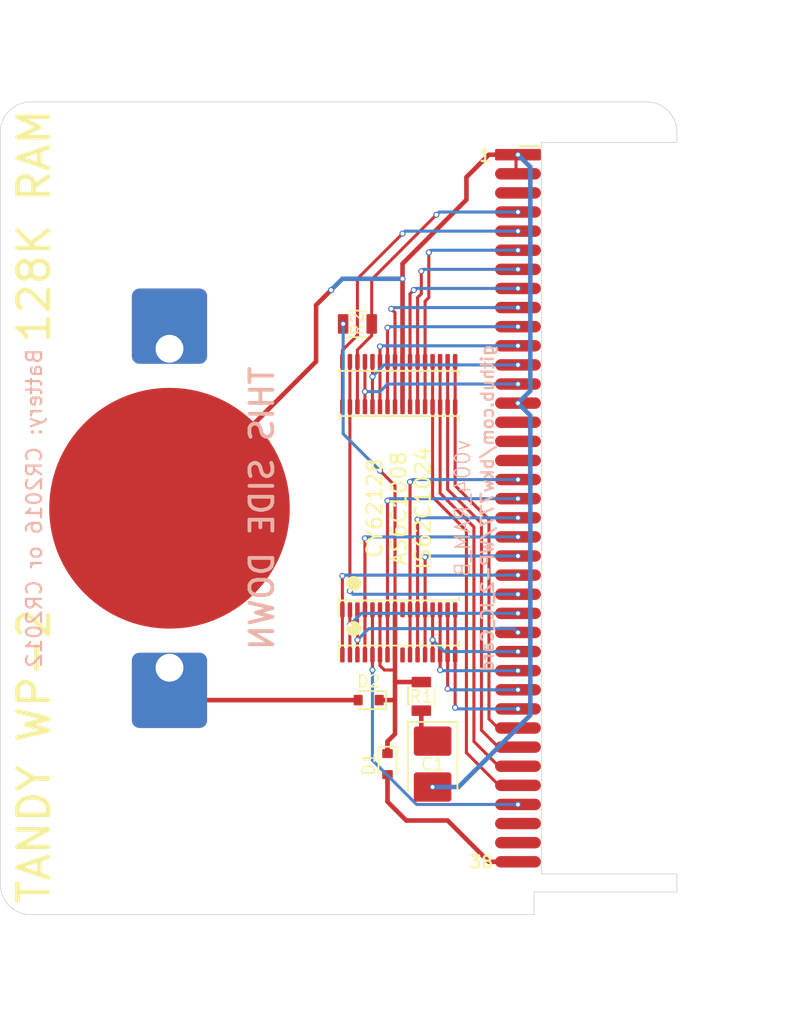
<source format=kicad_pcb>
(kicad_pcb (version 20171130) (host pcbnew 5.1.7-a382d34a8~87~ubuntu20.04.1)

  (general
    (thickness 1.2)
    (drawings 40)
    (tracks 218)
    (zones 0)
    (modules 11)
    (nets 36)
  )

  (page USLetter)
  (title_block
    (title "WP-2 128K RAM IC-Card")
    (date 2020-09-26)
    (company "Brian K. White - b.kenyon.w@gmail.com")
  )

  (layers
    (0 F.Cu signal)
    (31 B.Cu signal)
    (33 F.Adhes user)
    (35 F.Paste user)
    (36 B.SilkS user)
    (37 F.SilkS user)
    (38 B.Mask user)
    (39 F.Mask user)
    (40 Dwgs.User user)
    (41 Cmts.User user hide)
    (42 Eco1.User user hide)
    (43 Eco2.User user hide)
    (44 Edge.Cuts user)
    (45 Margin user hide)
    (46 B.CrtYd user hide)
    (47 F.CrtYd user hide)
    (49 F.Fab user hide)
  )

  (setup
    (last_trace_width 0.254)
    (user_trace_width 0.1524)
    (user_trace_width 0.1778)
    (user_trace_width 0.2032)
    (user_trace_width 0.3048)
    (user_trace_width 0.508)
    (trace_clearance 0.1524)
    (zone_clearance 0.508)
    (zone_45_only no)
    (trace_min 0.1524)
    (via_size 0.4064)
    (via_drill 0.254)
    (via_min_size 0.4064)
    (via_min_drill 0.254)
    (uvia_size 0.4064)
    (uvia_drill 0.254)
    (uvias_allowed no)
    (uvia_min_size 0.4064)
    (uvia_min_drill 0.254)
    (edge_width 0.05)
    (segment_width 0.2)
    (pcb_text_width 0.3)
    (pcb_text_size 1.5 1.5)
    (mod_edge_width 0.12)
    (mod_text_size 1 1)
    (mod_text_width 0.15)
    (pad_size 0.3 1)
    (pad_drill 0)
    (pad_to_mask_clearance 0)
    (aux_axis_origin 0 0)
    (grid_origin 158.75 99.695)
    (visible_elements FFFFFF7F)
    (pcbplotparams
      (layerselection 0x010f0_ffffffff)
      (usegerberextensions false)
      (usegerberattributes true)
      (usegerberadvancedattributes true)
      (creategerberjobfile true)
      (excludeedgelayer true)
      (linewidth 0.100000)
      (plotframeref false)
      (viasonmask false)
      (mode 1)
      (useauxorigin false)
      (hpglpennumber 1)
      (hpglpenspeed 20)
      (hpglpendiameter 15.000000)
      (psnegative false)
      (psa4output false)
      (plotreference true)
      (plotvalue true)
      (plotinvisibletext false)
      (padsonsilk false)
      (subtractmaskfromsilk false)
      (outputformat 1)
      (mirror false)
      (drillshape 0)
      (scaleselection 1)
      (outputdirectory "GERBER_WP-2_IC_Card_v004_RAM_B"))
  )

  (net 0 "")
  (net 1 GND)
  (net 2 /CE2)
  (net 3 /~CE1)
  (net 4 /~OE)
  (net 5 /D0)
  (net 6 /D1)
  (net 7 /D2)
  (net 8 /D3)
  (net 9 /D4)
  (net 10 /D5)
  (net 11 /D6)
  (net 12 /D7)
  (net 13 /A16)
  (net 14 /A15)
  (net 15 /A14)
  (net 16 /A13)
  (net 17 /A12)
  (net 18 /A11)
  (net 19 /A10)
  (net 20 /A9)
  (net 21 /A8)
  (net 22 /A7)
  (net 23 /A6)
  (net 24 /A5)
  (net 25 /A4)
  (net 26 /A3)
  (net 27 /A2)
  (net 28 /A1)
  (net 29 /A0)
  (net 30 /R~W)
  (net 31 /~DET)
  (net 32 "Net-(C1-Pad1)")
  (net 33 VBUS)
  (net 34 VMEM)
  (net 35 "Net-(BT1-Pad1)")

  (net_class Default "This is the default net class."
    (clearance 0.1524)
    (trace_width 0.254)
    (via_dia 0.4064)
    (via_drill 0.254)
    (uvia_dia 0.4064)
    (uvia_drill 0.254)
    (diff_pair_width 0.1524)
    (diff_pair_gap 0.2032)
    (add_net /A0)
    (add_net /A1)
    (add_net /A10)
    (add_net /A11)
    (add_net /A12)
    (add_net /A13)
    (add_net /A14)
    (add_net /A15)
    (add_net /A16)
    (add_net /A2)
    (add_net /A3)
    (add_net /A4)
    (add_net /A5)
    (add_net /A6)
    (add_net /A7)
    (add_net /A8)
    (add_net /A9)
    (add_net /BCHK)
    (add_net /CE2)
    (add_net /D0)
    (add_net /D1)
    (add_net /D2)
    (add_net /D3)
    (add_net /D4)
    (add_net /D5)
    (add_net /D6)
    (add_net /D7)
    (add_net /R~W)
    (add_net /~CE1)
    (add_net /~DET)
    (add_net /~OE)
    (add_net GND)
    (add_net "Net-(BT1-Pad1)")
    (add_net "Net-(C1-Pad1)")
    (add_net "Net-(J1-Pad15)")
    (add_net "Net-(J1-Pad16)")
    (add_net "Net-(J1-Pad17)")
    (add_net "Net-(J1-Pad3)")
    (add_net "Net-(J1-Pad36)")
    (add_net "Net-(U1-Pad9)")
    (add_net "Net-(U2-Pad9)")
    (add_net VBUS)
    (add_net VMEM)
  )

  (module 0_LOCAL:2016_battery_holder_tht (layer F.Cu) (tedit 5F8DCC00) (tstamp 5F8DFEA8)
    (at 134 99.695 90)
    (descr https://www.tme.eu/it/Document/a823211ec201a9e209042d155fe22d2b/KEYS2996.pdf)
    (tags "BR2016 CR2016 DL2016 BR2020 CL2020 BR2025 CR2025 DL2025 DR2032 CR2032 DL2032")
    (path /5F8E356D)
    (attr smd)
    (fp_text reference BT1 (at -9.15 9.7 90) (layer F.SilkS) hide
      (effects (font (size 1 1) (thickness 0.15)))
    )
    (fp_text value "Battery 2016 3v" (at 0 -11 90) (layer F.Fab)
      (effects (font (size 1 1) (thickness 0.15)))
    )
    (fp_arc (start 0 0) (end 3.9 -9.8) (angle -43.40107348) (layer F.CrtYd) (width 0.05))
    (fp_text user %R (at -9.15 9.7 90) (layer F.Fab)
      (effects (font (size 1 1) (thickness 0.15)))
    )
    (fp_line (start -15.85 3.05) (end -15.85 -3.05) (layer F.CrtYd) (width 0.05))
    (fp_line (start -11.05 3.05) (end -15.85 3.05) (layer F.CrtYd) (width 0.05))
    (fp_line (start -11.05 6.35) (end -11.05 3.05) (layer F.CrtYd) (width 0.05))
    (fp_line (start -4.3 11.1) (end -11.05 6.35) (layer F.CrtYd) (width 0.05))
    (fp_line (start 4.3 11.1) (end -4.3 11.1) (layer F.CrtYd) (width 0.05))
    (fp_line (start 11.05 6.35) (end 4.3 11.1) (layer F.CrtYd) (width 0.05))
    (fp_line (start 11.05 3.05) (end 11.05 6.35) (layer F.CrtYd) (width 0.05))
    (fp_line (start 15.85 3.05) (end 11.05 3.05) (layer F.CrtYd) (width 0.05))
    (fp_line (start 15.85 -3.05) (end 15.85 3.05) (layer F.CrtYd) (width 0.05))
    (fp_line (start 11.05 -3.05) (end 15.85 -3.05) (layer F.CrtYd) (width 0.05))
    (fp_line (start 11.05 -9.8) (end 11.05 -3.05) (layer F.CrtYd) (width 0.05))
    (fp_line (start 11.05 -9.8) (end 3.9 -9.8) (layer F.CrtYd) (width 0.05))
    (fp_line (start -11.05 -9.8) (end -3.9 -9.8) (layer F.CrtYd) (width 0.05))
    (fp_line (start -11.05 -3.05) (end -11.05 -9.8) (layer F.CrtYd) (width 0.05))
    (fp_line (start -15.85 -3.05) (end -11.05 -3.05) (layer F.CrtYd) (width 0.05))
    (fp_circle (center 0 0) (end 10 0) (layer Dwgs.User) (width 0.2))
    (fp_line (start 10.55 5.9) (end 3.8 10.6) (layer F.Fab) (width 0.1))
    (fp_line (start -10.55 5.85) (end -3.8 10.6) (layer F.Fab) (width 0.1))
    (fp_line (start -10.55 -2.55) (end -10.55 -9.3) (layer F.Fab) (width 0.1))
    (fp_line (start 10.55 -9.3) (end -10.55 -9.3) (layer F.Fab) (width 0.1))
    (fp_line (start 10.55 -2.55) (end 10.55 -9.3) (layer F.Fab) (width 0.1))
    (fp_line (start 15.35 -2.55) (end 10.55 -2.55) (layer F.Fab) (width 0.1))
    (fp_line (start 15.35 2.55) (end 15.35 -2.55) (layer F.Fab) (width 0.1))
    (fp_line (start 10.55 2.55) (end 15.35 2.55) (layer F.Fab) (width 0.1))
    (fp_line (start -3.8 10.6) (end 3.8 10.6) (layer F.Fab) (width 0.1))
    (fp_line (start 10.55 2.55) (end 10.55 5.9) (layer F.Fab) (width 0.1))
    (fp_line (start -10.55 2.55) (end -10.55 5.85) (layer F.Fab) (width 0.1))
    (fp_line (start -15.35 -2.55) (end -10.55 -2.55) (layer F.Fab) (width 0.1))
    (fp_line (start -15.35 2.55) (end -10.55 2.55) (layer F.Fab) (width 0.1))
    (fp_line (start -15.35 -2.55) (end -15.35 2.55) (layer F.Fab) (width 0.1))
    (pad 2 smd circle (at 0 0 90) (size 16 16) (layers F.Cu F.Mask)
      (net 1 GND) (solder_mask_margin 2))
    (pad 1 thru_hole roundrect (at -10.6 0 90) (size 5 5) (drill 1.85 (offset -1.5 0)) (layers *.Cu *.Mask) (roundrect_rratio 0.1)
      (net 35 "Net-(BT1-Pad1)"))
    (pad 1 thru_hole roundrect (at 10.6 0 90) (size 5 5) (drill 1.85 (offset 1.5 0)) (layers *.Cu *.Mask) (roundrect_rratio 0.1)
      (net 35 "Net-(BT1-Pad1)"))
    (model ${KIPRJMOD}/3d/keystone_3029_trimmed.STEP
      (offset (xyz 0 -11.2 1.4))
      (scale (xyz 1 1 1))
      (rotate (xyz -90 0 0))
    )
  )

  (module 0_LOCAL:D_SOD-523 (layer F.Cu) (tedit 5F8B5202) (tstamp 5F8E26C3)
    (at 147.25 112.445 180)
    (descr "http://www.diodes.com/datasheets/ap02001.pdf p.144")
    (tags "Diode SOD523")
    (path /5F94E10B)
    (attr smd)
    (fp_text reference D2 (at 0 1.25) (layer F.SilkS)
      (effects (font (size 0.8 0.8) (thickness 0.1)))
    )
    (fp_text value D_Schottky_Small_ALT (at 0 1.4) (layer F.Fab)
      (effects (font (size 1 1) (thickness 0.15)))
    )
    (fp_line (start 0.7 0.6) (end -1.15 0.6) (layer F.SilkS) (width 0.12))
    (fp_line (start 0.7 -0.6) (end -1.15 -0.6) (layer F.SilkS) (width 0.12))
    (fp_line (start 0.65 0.45) (end -0.65 0.45) (layer F.Fab) (width 0.1))
    (fp_line (start -0.65 0.45) (end -0.65 -0.45) (layer F.Fab) (width 0.1))
    (fp_line (start -0.65 -0.45) (end 0.65 -0.45) (layer F.Fab) (width 0.1))
    (fp_line (start 0.65 -0.45) (end 0.65 0.45) (layer F.Fab) (width 0.1))
    (fp_line (start -0.2 0.2) (end -0.2 -0.2) (layer F.Fab) (width 0.1))
    (fp_line (start -0.2 0) (end -0.35 0) (layer F.Fab) (width 0.1))
    (fp_line (start -0.2 0) (end 0.1 0.2) (layer F.Fab) (width 0.1))
    (fp_line (start 0.1 0.2) (end 0.1 -0.2) (layer F.Fab) (width 0.1))
    (fp_line (start 0.1 -0.2) (end -0.2 0) (layer F.Fab) (width 0.1))
    (fp_line (start 0.1 0) (end 0.25 0) (layer F.Fab) (width 0.1))
    (fp_line (start 1.25 0.7) (end -1.25 0.7) (layer F.CrtYd) (width 0.05))
    (fp_line (start -1.25 0.7) (end -1.25 -0.7) (layer F.CrtYd) (width 0.05))
    (fp_line (start -1.25 -0.7) (end 1.25 -0.7) (layer F.CrtYd) (width 0.05))
    (fp_line (start 1.25 -0.7) (end 1.25 0.7) (layer F.CrtYd) (width 0.05))
    (fp_line (start -1.15 -0.6) (end -1.15 0.6) (layer F.SilkS) (width 0.12))
    (fp_text user %R (at 0 -1.3) (layer F.Fab)
      (effects (font (size 1 1) (thickness 0.15)))
    )
    (pad 2 smd roundrect (at 0.7 0) (size 0.6 0.7) (layers F.Cu F.Paste F.Mask) (roundrect_rratio 0.1)
      (net 35 "Net-(BT1-Pad1)"))
    (pad 1 smd roundrect (at -0.7 0) (size 0.6 0.7) (layers F.Cu F.Paste F.Mask) (roundrect_rratio 0.1)
      (net 34 VMEM))
    (model ${KIPRJMOD}/3d/D_SOD-523.step
      (at (xyz 0 0 0))
      (scale (xyz 1 1 1))
      (rotate (xyz 0 0 0))
    )
  )

  (module 0_LOCAL:R_0805 (layer F.Cu) (tedit 5F8B5224) (tstamp 5F752AD5)
    (at 146.5 87.445)
    (descr "Resistor SMD 0805, reflow soldering, Vishay (see dcrcw.pdf)")
    (tags "resistor 0805")
    (path /5F9FA366)
    (attr smd)
    (fp_text reference R2 (at 0 0 90 unlocked) (layer F.SilkS)
      (effects (font (size 0.8 0.8) (thickness 0.1)))
    )
    (fp_text value 47K (at 0 1.75) (layer F.Fab)
      (effects (font (size 1 1) (thickness 0.15)))
    )
    (fp_line (start -1 0.62) (end -1 -0.62) (layer F.Fab) (width 0.1))
    (fp_line (start 1 0.62) (end -1 0.62) (layer F.Fab) (width 0.1))
    (fp_line (start 1 -0.62) (end 1 0.62) (layer F.Fab) (width 0.1))
    (fp_line (start -1 -0.62) (end 1 -0.62) (layer F.Fab) (width 0.1))
    (fp_line (start 0.6 0.88) (end -0.6 0.88) (layer F.SilkS) (width 0.12))
    (fp_line (start -0.6 -0.88) (end 0.6 -0.88) (layer F.SilkS) (width 0.12))
    (fp_line (start -1.55 -0.9) (end 1.55 -0.9) (layer F.CrtYd) (width 0.05))
    (fp_line (start -1.55 -0.9) (end -1.55 0.9) (layer F.CrtYd) (width 0.05))
    (fp_line (start 1.55 0.9) (end 1.55 -0.9) (layer F.CrtYd) (width 0.05))
    (fp_line (start 1.55 0.9) (end -1.55 0.9) (layer F.CrtYd) (width 0.05))
    (fp_text user %R (at 0 0) (layer F.Fab)
      (effects (font (size 0.5 0.5) (thickness 0.075)))
    )
    (pad 1 smd roundrect (at -0.95 0) (size 0.7 1.3) (layers F.Cu F.Paste F.Mask) (roundrect_rratio 0.1)
      (net 34 VMEM))
    (pad 2 smd roundrect (at 0.95 0) (size 0.7 1.3) (layers F.Cu F.Paste F.Mask) (roundrect_rratio 0.1)
      (net 3 /~CE1))
    (model ${KIPRJMOD}/3d/R_0805_2012Metric.step
      (at (xyz 0 0 0))
      (scale (xyz 1 1 1))
      (rotate (xyz 0 0 0))
    )
  )

  (module 0_LOCAL:R_0805 (layer F.Cu) (tedit 5F8B5224) (tstamp 5F752ACC)
    (at 150.75 112.195 270)
    (descr "Resistor SMD 0805, reflow soldering, Vishay (see dcrcw.pdf)")
    (tags "resistor 0805")
    (path /5F805237)
    (attr smd)
    (fp_text reference R1 (at 0 0 unlocked) (layer F.SilkS)
      (effects (font (size 0.8 0.8) (thickness 0.1)))
    )
    (fp_text value 470 (at 0 1.75 90) (layer F.Fab)
      (effects (font (size 1 1) (thickness 0.15)))
    )
    (fp_line (start -1 0.62) (end -1 -0.62) (layer F.Fab) (width 0.1))
    (fp_line (start 1 0.62) (end -1 0.62) (layer F.Fab) (width 0.1))
    (fp_line (start 1 -0.62) (end 1 0.62) (layer F.Fab) (width 0.1))
    (fp_line (start -1 -0.62) (end 1 -0.62) (layer F.Fab) (width 0.1))
    (fp_line (start 0.6 0.88) (end -0.6 0.88) (layer F.SilkS) (width 0.12))
    (fp_line (start -0.6 -0.88) (end 0.6 -0.88) (layer F.SilkS) (width 0.12))
    (fp_line (start -1.55 -0.9) (end 1.55 -0.9) (layer F.CrtYd) (width 0.05))
    (fp_line (start -1.55 -0.9) (end -1.55 0.9) (layer F.CrtYd) (width 0.05))
    (fp_line (start 1.55 0.9) (end 1.55 -0.9) (layer F.CrtYd) (width 0.05))
    (fp_line (start 1.55 0.9) (end -1.55 0.9) (layer F.CrtYd) (width 0.05))
    (fp_text user %R (at 0 0 90) (layer F.Fab)
      (effects (font (size 0.5 0.5) (thickness 0.075)))
    )
    (pad 1 smd roundrect (at -0.95 0 270) (size 0.7 1.3) (layers F.Cu F.Paste F.Mask) (roundrect_rratio 0.1)
      (net 34 VMEM))
    (pad 2 smd roundrect (at 0.95 0 270) (size 0.7 1.3) (layers F.Cu F.Paste F.Mask) (roundrect_rratio 0.1)
      (net 32 "Net-(C1-Pad1)"))
    (model ${KIPRJMOD}/3d/R_0805_2012Metric.step
      (at (xyz 0 0 0))
      (scale (xyz 1 1 1))
      (rotate (xyz 0 0 0))
    )
  )

  (module 0_LOCAL:CP_Tantalum_Case-B_EIA-3528-21_Reflow (layer F.Cu) (tedit 5F8B6793) (tstamp 5F752A56)
    (at 151.5 116.695 270)
    (descr "Tantalum capacitor, Case B, EIA 3528-21, 3.5x2.8x1.9mm, Reflow soldering footprint")
    (tags "capacitor tantalum smd")
    (path /5F7F0020)
    (attr smd)
    (fp_text reference C1 (at 0 0 unlocked) (layer F.SilkS)
      (effects (font (size 0.8 0.8) (thickness 0.1)))
    )
    (fp_text value 220uf (at 0 3.15 270) (layer F.Fab)
      (effects (font (size 1 1) (thickness 0.15)))
    )
    (fp_line (start -2.85 -1.75) (end -2.85 1.75) (layer F.CrtYd) (width 0.05))
    (fp_line (start -2.85 1.75) (end 2.85 1.75) (layer F.CrtYd) (width 0.05))
    (fp_line (start 2.85 1.75) (end 2.85 -1.75) (layer F.CrtYd) (width 0.05))
    (fp_line (start 2.85 -1.75) (end -2.85 -1.75) (layer F.CrtYd) (width 0.05))
    (fp_line (start -1.75 -1.4) (end -1.75 1.4) (layer F.Fab) (width 0.1))
    (fp_line (start -1.75 1.4) (end 1.75 1.4) (layer F.Fab) (width 0.1))
    (fp_line (start 1.75 1.4) (end 1.75 -1.4) (layer F.Fab) (width 0.1))
    (fp_line (start 1.75 -1.4) (end -1.75 -1.4) (layer F.Fab) (width 0.1))
    (fp_line (start -1.4 -1.4) (end -1.4 1.4) (layer F.Fab) (width 0.1))
    (fp_line (start -1.225 -1.4) (end -1.225 1.4) (layer F.Fab) (width 0.1))
    (fp_line (start -2.8 -1.65) (end 1.75 -1.65) (layer F.SilkS) (width 0.12))
    (fp_line (start -2.8 1.65) (end 1.75 1.65) (layer F.SilkS) (width 0.12))
    (fp_line (start -2.8 -1.65) (end -2.8 1.65) (layer F.SilkS) (width 0.12))
    (fp_text user %R (at 0 0 270) (layer F.Fab)
      (effects (font (size 0.8 0.8) (thickness 0.12)))
    )
    (pad 1 smd roundrect (at -1.525 0 270) (size 1.95 2.5) (layers F.Cu F.Mask) (roundrect_rratio 0.1)
      (net 32 "Net-(C1-Pad1)"))
    (pad 2 smd roundrect (at 1.525 0 270) (size 1.95 2.5) (layers F.Cu F.Mask) (roundrect_rratio 0.1)
      (net 1 GND))
    (model ${KIPRJMOD}/3d/TLNT_AVX.step
      (at (xyz 0 0 0))
      (scale (xyz 1 1 1))
      (rotate (xyz 0 0 0))
    )
  )

  (module 0_LOCAL:TSOP32-14mm (layer F.Cu) (tedit 5F8D316E) (tstamp 5F712C60)
    (at 149.25 99.695)
    (descr "Module CMS TSOP 32 pins")
    (tags "CMS TSOP")
    (path /5F906116)
    (attr smd)
    (fp_text reference U2 (at 0 5.334 180) (layer F.SilkS) hide
      (effects (font (size 1 1) (thickness 0.15)))
    )
    (fp_text value "SRAM 128Kx8 5v Parallel" (at 1.27 0 90) (layer F.Fab)
      (effects (font (size 1 1) (thickness 0.15)))
    )
    (fp_circle (center -3 5) (end -2.75 5) (layer F.SilkS) (width 0.5))
    (fp_line (start -4 6.125) (end 4 6.125) (layer F.SilkS) (width 0.12))
    (fp_line (start 4 -6.125) (end -4 -6.125) (layer F.SilkS) (width 0.12))
    (fp_line (start -4 7.2) (end -4 5.875) (layer F.SilkS) (width 0.12))
    (fp_line (start 4 6.125) (end 4 5.875) (layer F.SilkS) (width 0.12))
    (fp_line (start -4 -6.125) (end -4 -5.875) (layer F.SilkS) (width 0.12))
    (fp_line (start 4 -6.125) (end 4 -5.875) (layer F.SilkS) (width 0.12))
    (pad 1 smd roundrect (at -3.75 6.75) (size 0.3 1) (layers F.Cu F.Paste F.Mask) (roundrect_rratio 0.25)
      (net 18 /A11))
    (pad 2 smd roundrect (at -3.25 6.75) (size 0.3 1) (layers F.Cu F.Paste F.Mask) (roundrect_rratio 0.25)
      (net 20 /A9))
    (pad 3 smd roundrect (at -2.75 6.75) (size 0.3 1) (layers F.Cu F.Paste F.Mask) (roundrect_rratio 0.25)
      (net 21 /A8))
    (pad 4 smd roundrect (at -2.25 6.75) (size 0.3 1) (layers F.Cu F.Paste F.Mask) (roundrect_rratio 0.25)
      (net 16 /A13))
    (pad 5 smd roundrect (at -1.75 6.75) (size 0.3 1) (layers F.Cu F.Paste F.Mask) (roundrect_rratio 0.25)
      (net 30 /R~W))
    (pad 6 smd roundrect (at -1.25 6.75) (size 0.3 1) (layers F.Cu F.Paste F.Mask) (roundrect_rratio 0.25)
      (net 2 /CE2))
    (pad 7 smd roundrect (at -0.75 6.75) (size 0.3 1) (layers F.Cu F.Paste F.Mask) (roundrect_rratio 0.25)
      (net 14 /A15))
    (pad 8 smd roundrect (at -0.25 6.75) (size 0.3 1) (layers F.Cu F.Paste F.Mask) (roundrect_rratio 0.25)
      (net 34 VMEM))
    (pad 9 smd roundrect (at 0.25 6.75) (size 0.3 1) (layers F.Cu F.Paste F.Mask) (roundrect_rratio 0.25))
    (pad 10 smd roundrect (at 0.75 6.75) (size 0.3 1) (layers F.Cu F.Paste F.Mask) (roundrect_rratio 0.25)
      (net 13 /A16))
    (pad 11 smd roundrect (at 1.25 6.75) (size 0.3 1) (layers F.Cu F.Paste F.Mask) (roundrect_rratio 0.25)
      (net 15 /A14))
    (pad 12 smd roundrect (at 1.75 6.75) (size 0.3 1) (layers F.Cu F.Paste F.Mask) (roundrect_rratio 0.25)
      (net 17 /A12))
    (pad 13 smd roundrect (at 2.25 6.75) (size 0.3 1) (layers F.Cu F.Paste F.Mask) (roundrect_rratio 0.25)
      (net 22 /A7))
    (pad 14 smd roundrect (at 2.75 6.75) (size 0.3 1) (layers F.Cu F.Paste F.Mask) (roundrect_rratio 0.25)
      (net 23 /A6))
    (pad 15 smd roundrect (at 3.25 6.75) (size 0.3 1) (layers F.Cu F.Paste F.Mask) (roundrect_rratio 0.25)
      (net 24 /A5))
    (pad 16 smd roundrect (at 3.75 6.75) (size 0.3 1) (layers F.Cu F.Paste F.Mask) (roundrect_rratio 0.25)
      (net 25 /A4))
    (pad 17 smd roundrect (at 3.75 -6.75) (size 0.3 1) (layers F.Cu F.Paste F.Mask) (roundrect_rratio 0.25)
      (net 26 /A3))
    (pad 18 smd roundrect (at 3.25 -6.75) (size 0.3 1) (layers F.Cu F.Paste F.Mask) (roundrect_rratio 0.25)
      (net 27 /A2))
    (pad 19 smd roundrect (at 2.75 -6.75) (size 0.3 1) (layers F.Cu F.Paste F.Mask) (roundrect_rratio 0.25)
      (net 28 /A1))
    (pad 20 smd roundrect (at 2.25 -6.75) (size 0.3 1) (layers F.Cu F.Paste F.Mask) (roundrect_rratio 0.25)
      (net 29 /A0))
    (pad 21 smd roundrect (at 1.75 -6.75) (size 0.3 1) (layers F.Cu F.Paste F.Mask) (roundrect_rratio 0.25)
      (net 5 /D0))
    (pad 22 smd roundrect (at 1.25 -6.75) (size 0.3 1) (layers F.Cu F.Paste F.Mask) (roundrect_rratio 0.25)
      (net 6 /D1))
    (pad 23 smd roundrect (at 0.75 -6.75) (size 0.3 1) (layers F.Cu F.Paste F.Mask) (roundrect_rratio 0.25)
      (net 7 /D2))
    (pad 24 smd roundrect (at 0.25 -6.75) (size 0.3 1) (layers F.Cu F.Paste F.Mask) (roundrect_rratio 0.25)
      (net 1 GND))
    (pad 25 smd roundrect (at -0.25 -6.75) (size 0.3 1) (layers F.Cu F.Paste F.Mask) (roundrect_rratio 0.25)
      (net 8 /D3))
    (pad 26 smd roundrect (at -0.75 -6.75) (size 0.3 1) (layers F.Cu F.Paste F.Mask) (roundrect_rratio 0.25)
      (net 9 /D4))
    (pad 27 smd roundrect (at -1.25 -6.75) (size 0.3 1) (layers F.Cu F.Paste F.Mask) (roundrect_rratio 0.25)
      (net 10 /D5))
    (pad 28 smd roundrect (at -1.75 -6.75) (size 0.3 1) (layers F.Cu F.Paste F.Mask) (roundrect_rratio 0.25)
      (net 11 /D6))
    (pad 29 smd roundrect (at -2.25 -6.75) (size 0.3 1) (layers F.Cu F.Paste F.Mask) (roundrect_rratio 0.25)
      (net 12 /D7))
    (pad 30 smd roundrect (at -2.75 -6.75) (size 0.3 1) (layers F.Cu F.Paste F.Mask) (roundrect_rratio 0.25)
      (net 3 /~CE1))
    (pad 31 smd roundrect (at -3.25 -6.75) (size 0.3 1) (layers F.Cu F.Paste F.Mask) (roundrect_rratio 0.25)
      (net 19 /A10))
    (pad 32 smd roundrect (at -3.75 -6.75) (size 0.3 1) (layers F.Cu F.Paste F.Mask) (roundrect_rratio 0.25)
      (net 4 /~OE))
    (model ${KIPRJMOD}/3d/TSOP32_8x14.step
      (at (xyz 0 0 0))
      (scale (xyz 1 1 1))
      (rotate (xyz 0 0 -90))
    )
  )

  (module 0_LOCAL:TSOP32-20mm (layer F.Cu) (tedit 5F8D318C) (tstamp 5F755D97)
    (at 149.25 99.695)
    (descr "Module CMS TSOP 32 pins")
    (tags "CMS TSOP")
    (path /5F718069)
    (attr smd)
    (fp_text reference U1 (at 0.009 8.382 180) (layer F.SilkS) hide
      (effects (font (size 1 1) (thickness 0.15)))
    )
    (fp_text value "SRAM 128Kx8 5v Parallel" (at 0 5) (layer F.Fab)
      (effects (font (size 1 1) (thickness 0.15)))
    )
    (fp_circle (center -3 8) (end -2.75 8) (layer F.SilkS) (width 0.5))
    (fp_line (start -4 9.125) (end 4 9.125) (layer F.SilkS) (width 0.12))
    (fp_line (start 4 -9.125) (end -4 -9.125) (layer F.SilkS) (width 0.12))
    (fp_line (start -4 10.2) (end -4 8.875) (layer F.SilkS) (width 0.12))
    (fp_line (start 4 9.125) (end 4 8.875) (layer F.SilkS) (width 0.12))
    (fp_line (start -4 -9.125) (end -4 -8.875) (layer F.SilkS) (width 0.12))
    (fp_line (start 4 -9.125) (end 4 -8.875) (layer F.SilkS) (width 0.12))
    (fp_text user %R (at 0 0) (layer F.Fab)
      (effects (font (size 1 1) (thickness 0.15)))
    )
    (pad 1 smd roundrect (at -3.75 9.75) (size 0.3 1) (layers F.Cu F.Paste F.Mask) (roundrect_rratio 0.25)
      (net 18 /A11))
    (pad 2 smd roundrect (at -3.25 9.75) (size 0.3 1) (layers F.Cu F.Paste F.Mask) (roundrect_rratio 0.25)
      (net 20 /A9))
    (pad 3 smd roundrect (at -2.75 9.75) (size 0.3 1) (layers F.Cu F.Paste F.Mask) (roundrect_rratio 0.25)
      (net 21 /A8))
    (pad 4 smd roundrect (at -2.25 9.75) (size 0.3 1) (layers F.Cu F.Paste F.Mask) (roundrect_rratio 0.25)
      (net 16 /A13))
    (pad 5 smd roundrect (at -1.75 9.75) (size 0.3 1) (layers F.Cu F.Paste F.Mask) (roundrect_rratio 0.25)
      (net 30 /R~W))
    (pad 6 smd roundrect (at -1.25 9.75) (size 0.3 1) (layers F.Cu F.Paste F.Mask) (roundrect_rratio 0.25)
      (net 2 /CE2))
    (pad 7 smd roundrect (at -0.75 9.75) (size 0.3 1) (layers F.Cu F.Paste F.Mask) (roundrect_rratio 0.25)
      (net 14 /A15))
    (pad 8 smd roundrect (at -0.25 9.75) (size 0.3 1) (layers F.Cu F.Paste F.Mask) (roundrect_rratio 0.25)
      (net 34 VMEM))
    (pad 9 smd roundrect (at 0.25 9.75) (size 0.3 1) (layers F.Cu F.Paste F.Mask) (roundrect_rratio 0.25))
    (pad 10 smd roundrect (at 0.75 9.75) (size 0.3 1) (layers F.Cu F.Paste F.Mask) (roundrect_rratio 0.25)
      (net 13 /A16))
    (pad 11 smd roundrect (at 1.25 9.75) (size 0.3 1) (layers F.Cu F.Paste F.Mask) (roundrect_rratio 0.25)
      (net 15 /A14))
    (pad 12 smd roundrect (at 1.75 9.75) (size 0.3 1) (layers F.Cu F.Paste F.Mask) (roundrect_rratio 0.25)
      (net 17 /A12))
    (pad 13 smd roundrect (at 2.25 9.75) (size 0.3 1) (layers F.Cu F.Paste F.Mask) (roundrect_rratio 0.25)
      (net 22 /A7))
    (pad 14 smd roundrect (at 2.75 9.75) (size 0.3 1) (layers F.Cu F.Paste F.Mask) (roundrect_rratio 0.25)
      (net 23 /A6))
    (pad 15 smd roundrect (at 3.25 9.75) (size 0.3 1) (layers F.Cu F.Paste F.Mask) (roundrect_rratio 0.25)
      (net 24 /A5))
    (pad 16 smd roundrect (at 3.75 9.75) (size 0.3 1) (layers F.Cu F.Paste F.Mask) (roundrect_rratio 0.25)
      (net 25 /A4))
    (pad 17 smd roundrect (at 3.75 -9.75) (size 0.3 1) (layers F.Cu F.Paste F.Mask) (roundrect_rratio 0.25)
      (net 26 /A3))
    (pad 18 smd roundrect (at 3.25 -9.75) (size 0.3 1) (layers F.Cu F.Paste F.Mask) (roundrect_rratio 0.25)
      (net 27 /A2))
    (pad 19 smd roundrect (at 2.75 -9.75) (size 0.3 1) (layers F.Cu F.Paste F.Mask) (roundrect_rratio 0.25)
      (net 28 /A1))
    (pad 20 smd roundrect (at 2.25 -9.75) (size 0.3 1) (layers F.Cu F.Paste F.Mask) (roundrect_rratio 0.25)
      (net 29 /A0))
    (pad 21 smd roundrect (at 1.75 -9.75) (size 0.3 1) (layers F.Cu F.Paste F.Mask) (roundrect_rratio 0.25)
      (net 5 /D0))
    (pad 22 smd roundrect (at 1.25 -9.75) (size 0.3 1) (layers F.Cu F.Paste F.Mask) (roundrect_rratio 0.25)
      (net 6 /D1))
    (pad 23 smd roundrect (at 0.75 -9.75) (size 0.3 1) (layers F.Cu F.Paste F.Mask) (roundrect_rratio 0.25)
      (net 7 /D2))
    (pad 24 smd roundrect (at 0.25 -9.75) (size 0.3 1) (layers F.Cu F.Paste F.Mask) (roundrect_rratio 0.25)
      (net 1 GND))
    (pad 25 smd roundrect (at -0.25 -9.75) (size 0.3 1) (layers F.Cu F.Paste F.Mask) (roundrect_rratio 0.25)
      (net 8 /D3))
    (pad 26 smd roundrect (at -0.75 -9.75) (size 0.3 1) (layers F.Cu F.Paste F.Mask) (roundrect_rratio 0.25)
      (net 9 /D4))
    (pad 27 smd roundrect (at -1.25 -9.75) (size 0.3 1) (layers F.Cu F.Paste F.Mask) (roundrect_rratio 0.25)
      (net 10 /D5))
    (pad 28 smd roundrect (at -1.75 -9.75) (size 0.3 1) (layers F.Cu F.Paste F.Mask) (roundrect_rratio 0.25)
      (net 11 /D6))
    (pad 29 smd roundrect (at -2.25 -9.75) (size 0.3 1) (layers F.Cu F.Paste F.Mask) (roundrect_rratio 0.25)
      (net 12 /D7))
    (pad 30 smd roundrect (at -2.75 -9.75) (size 0.3 1) (layers F.Cu F.Paste F.Mask) (roundrect_rratio 0.25)
      (net 3 /~CE1))
    (pad 31 smd roundrect (at -3.25 -9.75) (size 0.3 1) (layers F.Cu F.Paste F.Mask) (roundrect_rratio 0.25)
      (net 19 /A10))
    (pad 32 smd roundrect (at -3.75 -9.75) (size 0.3 1) (layers F.Cu F.Paste F.Mask) (roundrect_rratio 0.25)
      (net 4 /~OE))
    (model ${KIPRJMOD}/3d/TSOP32_8X20.step_x
      (at (xyz 0 0 0))
      (scale (xyz 1 1 1))
      (rotate (xyz 0 0 -90))
    )
  )

  (module 0_LOCAL:Net_Tie_2p_8mil (layer F.Cu) (tedit 5F70D483) (tstamp 5F8D961B)
    (at 148.5 110.445)
    (path /5F97C11A)
    (fp_text reference NT2 (at 0 1.016) (layer F.SilkS) hide
      (effects (font (size 0.508 0.508) (thickness 0.1016)))
    )
    (fp_text value Net-Tie_2 (at 0 -2) (layer F.Fab)
      (effects (font (size 1 1) (thickness 0.01)))
    )
    (fp_line (start -0.2032 0) (end 0.2032 0) (layer F.Cu) (width 0.2032))
    (pad 2 smd circle (at 0.2032 0) (size 0.2032 0.2032) (layers F.Cu)
      (net 34 VMEM))
    (pad 1 smd circle (at -0.2032 0) (size 0.2032 0.2032) (layers F.Cu)
      (net 2 /CE2))
  )

  (module 0_LOCAL:SMS-138-01-x-x_edge (layer F.Cu) (tedit 5F7AC44E) (tstamp 5F74043C)
    (at 158.75 99.695)
    (descr "Through hole straight socket strip, 1x38, 1.27mm pitch, single row")
    (tags "Through hole socket strip THT 1x38 1.27mm single row")
    (path /5F6EF0A3)
    (attr smd)
    (fp_text reference J1 (at -2.286 -24.892) (layer F.SilkS) hide
      (effects (font (size 1 1) (thickness 0.15)))
    )
    (fp_text value Conn_01x38_Female (at -4.491 -0.381 -90) (layer F.Fab)
      (effects (font (size 1 1) (thickness 0.15)))
    )
    (fp_line (start -0.127 -24.0665) (end -1.524 -24.0665) (layer F.SilkS) (width 0.12))
    (fp_line (start -0.127 -24.0665) (end -0.127 -23.9395) (layer F.SilkS) (width 0.12))
    (fp_text user %R (at -2.286 -24.892) (layer F.Fab)
      (effects (font (size 1 1) (thickness 0.15)))
    )
    (pad 1 smd roundrect (at -1.57 -23.495) (size 3.048 0.762) (layers F.Cu F.Paste F.Mask) (roundrect_rratio 0.1)
      (net 1 GND))
    (pad 2 smd oval (at -1.57 -22.225) (size 3.048 0.762) (layers F.Cu F.Paste F.Mask)
      (net 31 /~DET))
    (pad 3 smd oval (at -1.57 -20.955) (size 3.048 0.762) (layers F.Cu F.Paste F.Mask))
    (pad 4 smd oval (at -1.57 -19.685) (size 3.048 0.762) (layers F.Cu F.Paste F.Mask)
      (net 3 /~CE1))
    (pad 5 smd oval (at -1.57 -18.415) (size 3.048 0.762) (layers F.Cu F.Paste F.Mask)
      (net 4 /~OE))
    (pad 6 smd oval (at -1.57 -17.145) (size 3.048 0.762) (layers F.Cu F.Paste F.Mask)
      (net 5 /D0))
    (pad 7 smd oval (at -1.57 -15.875) (size 3.048 0.762) (layers F.Cu F.Paste F.Mask)
      (net 6 /D1))
    (pad 8 smd oval (at -1.57 -14.605) (size 3.048 0.762) (layers F.Cu F.Paste F.Mask)
      (net 7 /D2))
    (pad 9 smd oval (at -1.57 -13.335) (size 3.048 0.762) (layers F.Cu F.Paste F.Mask)
      (net 8 /D3))
    (pad 10 smd oval (at -1.57 -12.065) (size 3.048 0.762) (layers F.Cu F.Paste F.Mask)
      (net 9 /D4))
    (pad 11 smd oval (at -1.57 -10.795) (size 3.048 0.762) (layers F.Cu F.Paste F.Mask)
      (net 10 /D5))
    (pad 12 smd oval (at -1.57 -9.525) (size 3.048 0.762) (layers F.Cu F.Paste F.Mask)
      (net 11 /D6))
    (pad 13 smd oval (at -1.57 -8.255) (size 3.048 0.762) (layers F.Cu F.Paste F.Mask)
      (net 12 /D7))
    (pad 14 smd oval (at -1.57 -6.985) (size 3.048 0.762) (layers F.Cu F.Paste F.Mask)
      (net 1 GND))
    (pad 15 smd oval (at -1.57 -5.715) (size 3.048 0.762) (layers F.Cu F.Paste F.Mask))
    (pad 16 smd oval (at -1.57 -4.445) (size 3.048 0.762) (layers F.Cu F.Paste F.Mask))
    (pad 17 smd oval (at -1.57 -3.175) (size 3.048 0.762) (layers F.Cu F.Paste F.Mask))
    (pad 18 smd oval (at -1.57 -1.905) (size 3.048 0.762) (layers F.Cu F.Paste F.Mask)
      (net 13 /A16))
    (pad 19 smd oval (at -1.57 -0.635) (size 3.048 0.762) (layers F.Cu F.Paste F.Mask)
      (net 14 /A15))
    (pad 20 smd oval (at -1.57 0.635) (size 3.048 0.762) (layers F.Cu F.Paste F.Mask)
      (net 15 /A14))
    (pad 21 smd oval (at -1.57 1.905) (size 3.048 0.762) (layers F.Cu F.Paste F.Mask)
      (net 16 /A13))
    (pad 22 smd oval (at -1.57 3.175) (size 3.048 0.762) (layers F.Cu F.Paste F.Mask)
      (net 17 /A12))
    (pad 23 smd oval (at -1.57 4.445) (size 3.048 0.762) (layers F.Cu F.Paste F.Mask)
      (net 18 /A11))
    (pad 24 smd oval (at -1.57 5.715) (size 3.048 0.762) (layers F.Cu F.Paste F.Mask)
      (net 19 /A10))
    (pad 25 smd oval (at -1.57 6.985) (size 3.048 0.762) (layers F.Cu F.Paste F.Mask)
      (net 20 /A9))
    (pad 26 smd oval (at -1.57 8.255) (size 3.048 0.762) (layers F.Cu F.Paste F.Mask)
      (net 21 /A8))
    (pad 27 smd oval (at -1.57 9.525) (size 3.048 0.762) (layers F.Cu F.Paste F.Mask)
      (net 22 /A7))
    (pad 28 smd oval (at -1.57 10.795) (size 3.048 0.762) (layers F.Cu F.Paste F.Mask)
      (net 23 /A6))
    (pad 29 smd oval (at -1.57 12.065) (size 3.048 0.762) (layers F.Cu F.Paste F.Mask)
      (net 24 /A5))
    (pad 30 smd oval (at -1.57 13.335) (size 3.048 0.762) (layers F.Cu F.Paste F.Mask)
      (net 25 /A4))
    (pad 31 smd oval (at -1.57 14.605) (size 3.048 0.762) (layers F.Cu F.Paste F.Mask)
      (net 26 /A3))
    (pad 32 smd oval (at -1.57 15.875) (size 3.048 0.762) (layers F.Cu F.Paste F.Mask)
      (net 27 /A2))
    (pad 33 smd oval (at -1.57 17.145) (size 3.048 0.762) (layers F.Cu F.Paste F.Mask)
      (net 28 /A1))
    (pad 34 smd oval (at -1.57 18.415) (size 3.048 0.762) (layers F.Cu F.Paste F.Mask)
      (net 29 /A0))
    (pad 35 smd oval (at -1.57 19.685) (size 3.048 0.762) (layers F.Cu F.Paste F.Mask)
      (net 30 /R~W))
    (pad 36 smd oval (at -1.57 20.955) (size 3.048 0.762) (layers F.Cu F.Paste F.Mask))
    (pad 37 smd oval (at -1.57 22.225) (size 3.048 0.762) (layers F.Cu F.Paste F.Mask))
    (pad 38 smd oval (at -1.57 23.495) (size 3.048 0.762) (layers F.Cu F.Paste F.Mask)
      (net 33 VBUS))
    (model ${KIPRJMOD}/3d/SMS-138-01-x-x.step
      (offset (xyz 0 0 0.204))
      (scale (xyz 1 1 1))
      (rotate (xyz 0 0 90))
    )
  )

  (module 0_LOCAL:D_SOD-523 (layer F.Cu) (tedit 5F8B5202) (tstamp 5F8D87BF)
    (at 148.5 116.695 270)
    (descr "http://www.diodes.com/datasheets/ap02001.pdf p.144")
    (tags "Diode SOD523")
    (path /5F8DE330)
    (attr smd)
    (fp_text reference D1 (at 0 1.25 90) (layer F.SilkS)
      (effects (font (size 0.8 0.8) (thickness 0.1)))
    )
    (fp_text value D_Schottky_Small_ALT (at 0 1.4 90) (layer F.Fab)
      (effects (font (size 1 1) (thickness 0.15)))
    )
    (fp_line (start 0.7 0.6) (end -1.15 0.6) (layer F.SilkS) (width 0.12))
    (fp_line (start 0.7 -0.6) (end -1.15 -0.6) (layer F.SilkS) (width 0.12))
    (fp_line (start 0.65 0.45) (end -0.65 0.45) (layer F.Fab) (width 0.1))
    (fp_line (start -0.65 0.45) (end -0.65 -0.45) (layer F.Fab) (width 0.1))
    (fp_line (start -0.65 -0.45) (end 0.65 -0.45) (layer F.Fab) (width 0.1))
    (fp_line (start 0.65 -0.45) (end 0.65 0.45) (layer F.Fab) (width 0.1))
    (fp_line (start -0.2 0.2) (end -0.2 -0.2) (layer F.Fab) (width 0.1))
    (fp_line (start -0.2 0) (end -0.35 0) (layer F.Fab) (width 0.1))
    (fp_line (start -0.2 0) (end 0.1 0.2) (layer F.Fab) (width 0.1))
    (fp_line (start 0.1 0.2) (end 0.1 -0.2) (layer F.Fab) (width 0.1))
    (fp_line (start 0.1 -0.2) (end -0.2 0) (layer F.Fab) (width 0.1))
    (fp_line (start 0.1 0) (end 0.25 0) (layer F.Fab) (width 0.1))
    (fp_line (start 1.25 0.7) (end -1.25 0.7) (layer F.CrtYd) (width 0.05))
    (fp_line (start -1.25 0.7) (end -1.25 -0.7) (layer F.CrtYd) (width 0.05))
    (fp_line (start -1.25 -0.7) (end 1.25 -0.7) (layer F.CrtYd) (width 0.05))
    (fp_line (start 1.25 -0.7) (end 1.25 0.7) (layer F.CrtYd) (width 0.05))
    (fp_line (start -1.15 -0.6) (end -1.15 0.6) (layer F.SilkS) (width 0.12))
    (fp_text user %R (at 0 -1.3 90) (layer F.Fab)
      (effects (font (size 1 1) (thickness 0.15)))
    )
    (pad 2 smd roundrect (at 0.7 0 90) (size 0.6 0.7) (layers F.Cu F.Paste F.Mask) (roundrect_rratio 0.1)
      (net 33 VBUS))
    (pad 1 smd roundrect (at -0.7 0 90) (size 0.6 0.7) (layers F.Cu F.Paste F.Mask) (roundrect_rratio 0.1)
      (net 34 VMEM))
    (model ${KIPRJMOD}/3d/D_SOD-523.step
      (at (xyz 0 0 0))
      (scale (xyz 1 1 1))
      (rotate (xyz 0 0 0))
    )
  )

  (module 0_LOCAL:Net_Tie_2p_8mil (layer F.Cu) (tedit 5F70D483) (tstamp 5F712C2A)
    (at 157.05 76.835 270)
    (path /5F8923B3)
    (fp_text reference NT1 (at 0 1.016 90) (layer F.SilkS) hide
      (effects (font (size 0.508 0.508) (thickness 0.1016)))
    )
    (fp_text value Net-Tie_2 (at 0 -2 90) (layer F.Fab) hide
      (effects (font (size 1 1) (thickness 0.01)))
    )
    (fp_line (start -0.2032 0) (end 0.2032 0) (layer F.Cu) (width 0.2032))
    (pad 2 smd circle (at 0.2032 0 270) (size 0.2032 0.2032) (layers F.Cu)
      (net 31 /~DET))
    (pad 1 smd circle (at -0.2032 0 270) (size 0.2032 0.2032) (layers F.Cu)
      (net 1 GND))
  )

  (gr_text "Battery: CR2016 or CR2012" (at 125 99.695 90) (layer B.SilkS)
    (effects (font (size 1 1) (thickness 0.15)) (justify mirror))
  )
  (gr_text "128K RAM" (at 125 80.945 90) (layer F.SilkS) (tstamp 5F8E08EF)
    (effects (font (size 2.032 2.032) (thickness 0.3048)))
  )
  (gr_text "TANDY WP-2" (at 125 116.195 90) (layer F.SilkS) (tstamp 5F8E07FF)
    (effects (font (size 2.032 2.032) (thickness 0.3048)))
  )
  (gr_text "CY62128\nAS6C1008\nIS62C1024" (at 149.25 99.695 90) (layer F.SilkS)
    (effects (font (size 1 1) (thickness 0.15)))
  )
  (gr_text WP-2 (at 137 99.695 90) (layer Dwgs.User) (tstamp 5F76323E)
    (effects (font (size 1 1) (thickness 0.15)))
  )
  (gr_text WP-2 (at 137 129.695 90) (layer Dwgs.User) (tstamp 5F763237)
    (effects (font (size 1 1) (thickness 0.15)))
  )
  (gr_text v004_RAM_B (at 153.5 99.695 90) (layer B.SilkS)
    (effects (font (size 1 1) (thickness 0.1)) (justify mirror))
  )
  (gr_line (start 158.55 125.395) (end 167.75 125.395) (layer Dwgs.User) (width 0.05))
  (gr_line (start 158.55 126.795) (end 158.55 125.395) (layer Dwgs.User) (width 0.05))
  (gr_line (start 158.55 126.795) (end 136.25 126.795) (layer Dwgs.User) (width 0.05))
  (gr_line (start 167.75 72.595) (end 167.75 125.395) (layer Dwgs.User) (width 0.05))
  (gr_line (start 136.25 72.595) (end 167.75 72.595) (layer Dwgs.User) (width 0.05))
  (gr_line (start 167.75 74.695) (end 167.75 75.395) (layer Edge.Cuts) (width 0.05) (tstamp 5F74BD75))
  (gr_line (start 167.75 125.195) (end 167.75 123.995) (layer Edge.Cuts) (width 0.05) (tstamp 5F742389))
  (gr_line (start 158.25 125.195) (end 167.75 125.195) (layer Edge.Cuts) (width 0.05) (tstamp 5F8D8488))
  (gr_line (start 158.25 126.695) (end 158.25 125.195) (layer Edge.Cuts) (width 0.05))
  (gr_line (start 167.75 123.995) (end 158.75 123.995) (layer Edge.Cuts) (width 0.05) (tstamp 5F742207))
  (gr_line (start 167.75 75.395) (end 158.75 75.395) (layer Edge.Cuts) (width 0.05) (tstamp 5F742124))
  (gr_arc (start 124.75 124.695) (end 122.75 124.695) (angle -90) (layer Edge.Cuts) (width 0.05))
  (gr_arc (start 124.75 74.695) (end 124.75 72.695) (angle -90) (layer Edge.Cuts) (width 0.05))
  (gr_arc (start 165.75 74.695) (end 167.75 74.695) (angle -90) (layer Edge.Cuts) (width 0.05))
  (gr_line (start 158.75 75.565) (end 158.75 123.825) (layer Dwgs.User) (width 0.15) (tstamp 5F73AAD6))
  (gr_line (start 167.25 75.565) (end 158.75 75.565) (layer Dwgs.User) (width 0.15))
  (gr_line (start 158.75 123.995) (end 158.75 75.395) (layer Edge.Cuts) (width 0.05) (tstamp 5F73AA2C))
  (gr_text "THIS SIDE DOWN" (at 140.15 99.695 -270) (layer B.SilkS) (tstamp 5F712A06)
    (effects (font (size 1.524 1.524) (thickness 0.254)) (justify mirror))
  )
  (gr_line (start 168.5732 76.2) (end 168.8272 75.946) (layer Dwgs.User) (width 0.15) (tstamp 5F7131A0))
  (gr_line (start 168.5732 76.2) (end 168.8272 76.454) (layer Dwgs.User) (width 0.15) (tstamp 5F71319F))
  (gr_line (start 168.5732 76.2) (end 170.5036 76.2) (layer Dwgs.User) (width 0.15) (tstamp 5F71319E))
  (gr_line (start 167.25 123.825) (end 167.25 75.565) (layer Dwgs.User) (width 0.15))
  (gr_line (start 158.75 123.825) (end 167.25 123.825) (layer Dwgs.User) (width 0.15) (tstamp 5F74BD0E))
  (gr_text "Pins 6.0mm" (at 173.75 76.2) (layer Dwgs.User)
    (effects (font (size 0.6 0.6) (thickness 0.06)))
  )
  (gr_line (start 167.75 76.195) (end 162.05 76.195) (layer Dwgs.User) (width 0.4))
  (gr_text WP-2 (at 137 69.445 90) (layer Dwgs.User)
    (effects (font (size 1 1) (thickness 0.15)))
  )
  (gr_line (start 136.25 65.945) (end 136.25 133.945) (layer Dwgs.User) (width 0.05))
  (gr_text 38 (at 154.75 123.2154) (layer F.SilkS) (tstamp 5F712A00)
    (effects (font (size 0.8128 0.8128) (thickness 0.1524)))
  )
  (gr_text 1 (at 154.9948 76.2508) (layer F.SilkS) (tstamp 5F7129FD)
    (effects (font (size 0.8128 0.8128) (thickness 0.1524)))
  )
  (gr_text github.com/bkw777/WP-2_IC_Card (at 155.145 99.695 -270) (layer B.SilkS) (tstamp 5F7129FA)
    (effects (font (size 0.8128 0.8128) (thickness 0.1524)) (justify mirror))
  )
  (gr_line (start 124.75 126.695) (end 158.25 126.695) (layer Edge.Cuts) (width 0.05) (tstamp 5F6F08D5))
  (gr_line (start 122.75 74.695) (end 122.75 124.695) (layer Edge.Cuts) (width 0.05) (tstamp 5F713C75))
  (gr_line (start 165.75 72.695) (end 124.75 72.695) (layer Edge.Cuts) (width 0.05) (tstamp 5F8D847A))

  (segment (start 157.05 76.33) (end 157.18 76.2) (width 0.2032) (layer F.Cu) (net 1))
  (segment (start 157.05 76.6318) (end 157.05 76.33) (width 0.2032) (layer F.Cu) (net 1))
  (via (at 157.18 92.71) (size 0.4064) (drill 0.254) (layers F.Cu B.Cu) (net 1))
  (via (at 157.18 76.2) (size 0.4064) (drill 0.254) (layers F.Cu B.Cu) (net 1))
  (segment (start 158 91.89) (end 157.18 92.71) (width 0.3048) (layer B.Cu) (net 1))
  (segment (start 158 77.02) (end 158 91.89) (width 0.3048) (layer B.Cu) (net 1))
  (segment (start 157.18 76.2) (end 158 77.02) (width 0.3048) (layer B.Cu) (net 1))
  (via (at 151.5 118.22) (size 0.4064) (drill 0.254) (layers F.Cu B.Cu) (net 1))
  (segment (start 158 93.53) (end 157.18 92.71) (width 0.3048) (layer B.Cu) (net 1))
  (segment (start 158 113.445) (end 158 93.53) (width 0.3048) (layer B.Cu) (net 1))
  (segment (start 153.225 118.22) (end 158 113.445) (width 0.3048) (layer B.Cu) (net 1))
  (segment (start 151.5 118.22) (end 153.225 118.22) (width 0.3048) (layer B.Cu) (net 1))
  (segment (start 149.5 83.445) (end 149.5 84.445) (width 0.3048) (layer F.Cu) (net 1))
  (segment (start 153.75 79.195) (end 149.5 83.445) (width 0.3048) (layer F.Cu) (net 1))
  (segment (start 153.75 77.695) (end 153.75 79.195) (width 0.3048) (layer F.Cu) (net 1))
  (segment (start 155.245 76.2) (end 153.75 77.695) (width 0.3048) (layer F.Cu) (net 1))
  (segment (start 157.18 76.2) (end 155.245 76.2) (width 0.3048) (layer F.Cu) (net 1))
  (segment (start 149.5 84.445) (end 149.5 92.945) (width 0.3048) (layer F.Cu) (net 1) (tstamp 5F8DBABF))
  (via (at 149.5 84.445) (size 0.4064) (drill 0.254) (layers F.Cu B.Cu) (net 1))
  (segment (start 145.5 84.445) (end 149.5 84.445) (width 0.3048) (layer B.Cu) (net 1))
  (segment (start 144.75 85.195) (end 145.5 84.445) (width 0.3048) (layer B.Cu) (net 1))
  (via (at 144.75 85.195) (size 0.4064) (drill 0.254) (layers F.Cu B.Cu) (net 1))
  (segment (start 143.75 89.945) (end 134 99.695) (width 0.3048) (layer F.Cu) (net 1))
  (segment (start 143.75 86.195) (end 143.75 89.945) (width 0.3048) (layer F.Cu) (net 1))
  (segment (start 144.75 85.195) (end 143.75 86.195) (width 0.3048) (layer F.Cu) (net 1))
  (segment (start 148 110.1482) (end 148.2968 110.445) (width 0.2032) (layer F.Cu) (net 2))
  (segment (start 148 109.445) (end 148 110.1482) (width 0.2032) (layer F.Cu) (net 2))
  (segment (start 148 109.445) (end 148 106.445) (width 0.2032) (layer F.Cu) (net 2))
  (via (at 157.18 80.01) (size 0.4064) (drill 0.254) (layers F.Cu B.Cu) (net 3))
  (segment (start 151.935 80.01) (end 157.18 80.01) (width 0.2032) (layer B.Cu) (net 3))
  (segment (start 151.75 80.195) (end 151.935 80.01) (width 0.2032) (layer B.Cu) (net 3))
  (via (at 151.75 80.195) (size 0.4064) (drill 0.254) (layers F.Cu B.Cu) (net 3))
  (segment (start 147.45 88.22) (end 146.5 89.17) (width 0.2032) (layer F.Cu) (net 3))
  (segment (start 146.5 89.17) (end 146.5 92.945) (width 0.2032) (layer F.Cu) (net 3))
  (segment (start 147.45 87.445) (end 147.45 88.22) (width 0.2032) (layer F.Cu) (net 3))
  (segment (start 147.45 84.495) (end 147.45 87.445) (width 0.2032) (layer F.Cu) (net 3))
  (segment (start 151.75 80.195) (end 147.45 84.495) (width 0.2032) (layer F.Cu) (net 3))
  (via (at 157.18 81.28) (size 0.4064) (drill 0.254) (layers F.Cu B.Cu) (net 4))
  (segment (start 149.665 81.28) (end 157.18 81.28) (width 0.2032) (layer B.Cu) (net 4))
  (segment (start 149.5 81.445) (end 149.665 81.28) (width 0.2032) (layer B.Cu) (net 4))
  (via (at 149.5 81.445) (size 0.4064) (drill 0.254) (layers F.Cu B.Cu) (net 4))
  (segment (start 145.5 89.195) (end 145.5 92.945) (width 0.2032) (layer F.Cu) (net 4))
  (segment (start 146.5 84.445) (end 146.5 88.195) (width 0.2032) (layer F.Cu) (net 4))
  (segment (start 146.5 88.195) (end 145.5 89.195) (width 0.2032) (layer F.Cu) (net 4))
  (segment (start 149.5 81.445) (end 146.5 84.445) (width 0.2032) (layer F.Cu) (net 4))
  (via (at 157.18 82.55) (size 0.4064) (drill 0.254) (layers F.Cu B.Cu) (net 5))
  (segment (start 151.395 82.55) (end 157.18 82.55) (width 0.2032) (layer B.Cu) (net 5))
  (segment (start 151.25 82.695) (end 151.395 82.55) (width 0.2032) (layer B.Cu) (net 5))
  (via (at 151.25 82.695) (size 0.4064) (drill 0.254) (layers F.Cu B.Cu) (net 5))
  (segment (start 151 87.82) (end 151 92.945) (width 0.2032) (layer F.Cu) (net 5))
  (segment (start 151 85.945) (end 151 87.82) (width 0.2032) (layer F.Cu) (net 5))
  (segment (start 151.25 85.695) (end 151 85.945) (width 0.2032) (layer F.Cu) (net 5))
  (segment (start 151.25 82.695) (end 151.25 85.695) (width 0.2032) (layer F.Cu) (net 5))
  (via (at 157.18 83.82) (size 0.4064) (drill 0.254) (layers F.Cu B.Cu) (net 6))
  (segment (start 150.75 83.945) (end 150.875 83.82) (width 0.2032) (layer B.Cu) (net 6))
  (segment (start 150.875 83.82) (end 157.18 83.82) (width 0.2032) (layer B.Cu) (net 6))
  (via (at 150.75 83.945) (size 0.4064) (drill 0.254) (layers F.Cu B.Cu) (net 6))
  (segment (start 150.5 85.695) (end 150.5 92.945) (width 0.2032) (layer F.Cu) (net 6))
  (segment (start 150.75 85.445) (end 150.5 85.695) (width 0.2032) (layer F.Cu) (net 6))
  (segment (start 150.75 83.945) (end 150.75 85.445) (width 0.2032) (layer F.Cu) (net 6))
  (via (at 157.18 85.09) (size 0.4064) (drill 0.254) (layers F.Cu B.Cu) (net 7))
  (segment (start 150 85.445) (end 150 92.945) (width 0.2032) (layer F.Cu) (net 7))
  (segment (start 150.25 85.195) (end 150 85.445) (width 0.2032) (layer F.Cu) (net 7))
  (segment (start 150.355 85.09) (end 157.18 85.09) (width 0.2032) (layer B.Cu) (net 7))
  (segment (start 150.25 85.195) (end 150.355 85.09) (width 0.2032) (layer B.Cu) (net 7))
  (via (at 150.25 85.195) (size 0.4064) (drill 0.254) (layers F.Cu B.Cu) (net 7))
  (via (at 157.18 86.36) (size 0.4064) (drill 0.254) (layers F.Cu B.Cu) (net 8))
  (segment (start 148.75 86.445) (end 149 86.695) (width 0.2032) (layer F.Cu) (net 8))
  (segment (start 148.835 86.36) (end 157.18 86.36) (width 0.2032) (layer B.Cu) (net 8))
  (segment (start 148.75 86.445) (end 148.835 86.36) (width 0.2032) (layer B.Cu) (net 8))
  (segment (start 149 86.695) (end 149 92.945) (width 0.2032) (layer F.Cu) (net 8))
  (via (at 148.75 86.445) (size 0.4064) (drill 0.254) (layers F.Cu B.Cu) (net 8))
  (via (at 157.18 87.63) (size 0.4064) (drill 0.254) (layers F.Cu B.Cu) (net 9))
  (segment (start 148.565 87.63) (end 157.18 87.63) (width 0.2032) (layer B.Cu) (net 9))
  (segment (start 148.5 87.695) (end 148.565 87.63) (width 0.2032) (layer B.Cu) (net 9))
  (via (at 148.5 87.695) (size 0.4064) (drill 0.254) (layers F.Cu B.Cu) (net 9))
  (segment (start 148.5 87.695) (end 148.5 92.945) (width 0.2032) (layer F.Cu) (net 9))
  (via (at 157.18 88.9) (size 0.4064) (drill 0.254) (layers F.Cu B.Cu) (net 10))
  (segment (start 148.045 88.9) (end 157.18 88.9) (width 0.2032) (layer B.Cu) (net 10))
  (segment (start 148 88.945) (end 148.045 88.9) (width 0.2032) (layer B.Cu) (net 10))
  (via (at 148 88.945) (size 0.4064) (drill 0.254) (layers F.Cu B.Cu) (net 10))
  (segment (start 148 88.945) (end 148 92.945) (width 0.2032) (layer F.Cu) (net 10))
  (via (at 157.18 90.17) (size 0.4064) (drill 0.254) (layers F.Cu B.Cu) (net 11))
  (segment (start 147.5 90.945) (end 147.5 92.945) (width 0.2032) (layer F.Cu) (net 11))
  (segment (start 148.275 90.17) (end 157.18 90.17) (width 0.2032) (layer B.Cu) (net 11))
  (segment (start 147.5 90.945) (end 148.275 90.17) (width 0.2032) (layer B.Cu) (net 11))
  (segment (start 147.5 90.945) (end 147.5 89.945) (width 0.2032) (layer F.Cu) (net 11))
  (via (at 147.5 90.945) (size 0.4064) (drill 0.254) (layers F.Cu B.Cu) (net 11))
  (via (at 157.18 91.44) (size 0.4064) (drill 0.254) (layers F.Cu B.Cu) (net 12))
  (segment (start 147 91.945) (end 147 92.945) (width 0.2032) (layer F.Cu) (net 12))
  (segment (start 147 91.945) (end 147 89.945) (width 0.2032) (layer F.Cu) (net 12))
  (via (at 147 91.945) (size 0.4064) (drill 0.254) (layers F.Cu B.Cu) (net 12))
  (segment (start 148.505 91.44) (end 157.18 91.44) (width 0.2032) (layer B.Cu) (net 12))
  (segment (start 148 91.945) (end 148.505 91.44) (width 0.2032) (layer B.Cu) (net 12))
  (segment (start 147 91.945) (end 148 91.945) (width 0.2032) (layer B.Cu) (net 12))
  (segment (start 157.23 97.79) (end 157.23 97.79) (width 0.254) (layer F.Cu) (net 13) (tstamp 5F712BA1))
  (via (at 157.18 97.79) (size 0.4064) (drill 0.254) (layers F.Cu B.Cu) (net 13))
  (segment (start 150 97.945) (end 150 109.445) (width 0.2032) (layer F.Cu) (net 13))
  (segment (start 150.155 97.79) (end 157.18 97.79) (width 0.2032) (layer B.Cu) (net 13))
  (segment (start 150 97.945) (end 150.155 97.79) (width 0.2032) (layer B.Cu) (net 13))
  (via (at 150 97.945) (size 0.4064) (drill 0.254) (layers F.Cu B.Cu) (net 13))
  (via (at 157.18 99.06) (size 0.4064) (drill 0.254) (layers F.Cu B.Cu) (net 14))
  (segment (start 148.635 99.06) (end 157.18 99.06) (width 0.2032) (layer B.Cu) (net 14))
  (segment (start 148.5 99.195) (end 148.635 99.06) (width 0.2032) (layer B.Cu) (net 14))
  (via (at 148.5 99.195) (size 0.4064) (drill 0.254) (layers F.Cu B.Cu) (net 14))
  (segment (start 148.5 99.195) (end 148.5 109.445) (width 0.2032) (layer F.Cu) (net 14))
  (segment (start 157.23 100.33) (end 157.23 100.33) (width 0.254) (layer F.Cu) (net 15) (tstamp 5F712AC9))
  (via (at 157.18 100.33) (size 0.4064) (drill 0.254) (layers F.Cu B.Cu) (net 15))
  (segment (start 150.615 100.33) (end 157.18 100.33) (width 0.2032) (layer B.Cu) (net 15))
  (segment (start 150.5 100.445) (end 150.615 100.33) (width 0.2032) (layer B.Cu) (net 15))
  (via (at 150.5 100.445) (size 0.4064) (drill 0.254) (layers F.Cu B.Cu) (net 15))
  (segment (start 150.5 100.445) (end 150.5 109.445) (width 0.2032) (layer F.Cu) (net 15))
  (via (at 157.18 101.6) (size 0.4064) (drill 0.254) (layers F.Cu B.Cu) (net 16))
  (segment (start 147.095 101.6) (end 157.18 101.6) (width 0.2032) (layer B.Cu) (net 16))
  (segment (start 147 101.695) (end 147.095 101.6) (width 0.2032) (layer B.Cu) (net 16))
  (via (at 147 101.695) (size 0.4064) (drill 0.254) (layers F.Cu B.Cu) (net 16))
  (segment (start 147 101.695) (end 147 109.445) (width 0.2032) (layer F.Cu) (net 16))
  (via (at 157.18 102.87) (size 0.4064) (drill 0.254) (layers F.Cu B.Cu) (net 17))
  (segment (start 151.075 102.87) (end 157.18 102.87) (width 0.2032) (layer B.Cu) (net 17))
  (segment (start 151 102.945) (end 151.075 102.87) (width 0.2032) (layer B.Cu) (net 17))
  (via (at 151 102.945) (size 0.4064) (drill 0.254) (layers F.Cu B.Cu) (net 17))
  (segment (start 151 102.945) (end 151 109.445) (width 0.2032) (layer F.Cu) (net 17))
  (via (at 157.18 104.14) (size 0.4064) (drill 0.254) (layers F.Cu B.Cu) (net 18))
  (segment (start 145.555 104.14) (end 157.18 104.14) (width 0.2032) (layer B.Cu) (net 18))
  (segment (start 145.5 104.195) (end 145.555 104.14) (width 0.2032) (layer B.Cu) (net 18))
  (via (at 145.5 104.195) (size 0.4064) (drill 0.254) (layers F.Cu B.Cu) (net 18))
  (segment (start 145.5 104.195) (end 145.5 109.445) (width 0.2032) (layer F.Cu) (net 18))
  (via (at 157.18 105.41) (size 0.4064) (drill 0.254) (layers F.Cu B.Cu) (net 19))
  (segment (start 146.215 105.41) (end 157.18 105.41) (width 0.2032) (layer B.Cu) (net 19))
  (segment (start 146 105.195) (end 146.215 105.41) (width 0.2032) (layer B.Cu) (net 19))
  (via (at 146 105.195) (size 0.4064) (drill 0.254) (layers F.Cu B.Cu) (net 19))
  (segment (start 146 105.195) (end 146 89.945) (width 0.2032) (layer F.Cu) (net 19))
  (via (at 157.18 106.68) (size 0.4064) (drill 0.254) (layers F.Cu B.Cu) (net 20))
  (segment (start 146 107.445) (end 146 106.445) (width 0.2032) (layer F.Cu) (net 20))
  (segment (start 146 107.445) (end 146 109.445) (width 0.2032) (layer F.Cu) (net 20))
  (segment (start 146.765 106.68) (end 157.18 106.68) (width 0.2032) (layer B.Cu) (net 20))
  (segment (start 146 107.445) (end 146.765 106.68) (width 0.2032) (layer B.Cu) (net 20))
  (via (at 146 107.445) (size 0.4064) (drill 0.254) (layers F.Cu B.Cu) (net 20))
  (via (at 157.18 107.95) (size 0.4064) (drill 0.254) (layers F.Cu B.Cu) (net 21))
  (segment (start 146.5 108.445) (end 146.5 109.445) (width 0.2032) (layer F.Cu) (net 21))
  (segment (start 146.5 108.445) (end 146.5 106.445) (width 0.2032) (layer F.Cu) (net 21))
  (via (at 146.5 108.445) (size 0.4064) (drill 0.254) (layers F.Cu B.Cu) (net 21))
  (segment (start 156.925 107.695) (end 157.18 107.95) (width 0.2032) (layer B.Cu) (net 21))
  (segment (start 147.25 107.695) (end 156.925 107.695) (width 0.2032) (layer B.Cu) (net 21))
  (segment (start 146.5 108.445) (end 147.25 107.695) (width 0.2032) (layer B.Cu) (net 21))
  (via (at 157.18 109.22) (size 0.4064) (drill 0.254) (layers F.Cu B.Cu) (net 22))
  (segment (start 151.5 108.445) (end 151.5 109.445) (width 0.2032) (layer F.Cu) (net 22))
  (segment (start 151.5 106.445) (end 151.5 108.445) (width 0.2032) (layer F.Cu) (net 22))
  (segment (start 152.275 109.22) (end 157.18 109.22) (width 0.2032) (layer B.Cu) (net 22))
  (segment (start 151.5 108.445) (end 152.275 109.22) (width 0.2032) (layer B.Cu) (net 22))
  (via (at 151.5 108.445) (size 0.4064) (drill 0.254) (layers F.Cu B.Cu) (net 22))
  (via (at 157.18 110.49) (size 0.4064) (drill 0.254) (layers F.Cu B.Cu) (net 23))
  (segment (start 152 110.445) (end 152.045 110.49) (width 0.2032) (layer B.Cu) (net 23))
  (segment (start 152.045 110.49) (end 157.18 110.49) (width 0.2032) (layer B.Cu) (net 23))
  (via (at 152 110.445) (size 0.4064) (drill 0.254) (layers F.Cu B.Cu) (net 23))
  (segment (start 152 110.445) (end 152 106.445) (width 0.2032) (layer F.Cu) (net 23))
  (via (at 157.18 111.76) (size 0.4064) (drill 0.254) (layers F.Cu B.Cu) (net 24))
  (segment (start 152.565 111.76) (end 157.18 111.76) (width 0.2032) (layer B.Cu) (net 24))
  (segment (start 152.5 111.695) (end 152.565 111.76) (width 0.2032) (layer B.Cu) (net 24))
  (via (at 152.5 111.695) (size 0.4064) (drill 0.254) (layers F.Cu B.Cu) (net 24))
  (segment (start 152.5 111.695) (end 152.5 106.445) (width 0.2032) (layer F.Cu) (net 24))
  (via (at 157.18 113.03) (size 0.4064) (drill 0.254) (layers F.Cu B.Cu) (net 25))
  (segment (start 153.085 113.03) (end 157.18 113.03) (width 0.2032) (layer B.Cu) (net 25))
  (segment (start 153 112.945) (end 153.085 113.03) (width 0.2032) (layer B.Cu) (net 25))
  (via (at 153 112.945) (size 0.4064) (drill 0.254) (layers F.Cu B.Cu) (net 25))
  (segment (start 153 112.945) (end 153 106.445) (width 0.2032) (layer F.Cu) (net 25))
  (segment (start 155.855 114.3) (end 157.18 114.3) (width 0.2032) (layer F.Cu) (net 26))
  (segment (start 155.25 113.695) (end 155.855 114.3) (width 0.2032) (layer F.Cu) (net 26))
  (segment (start 153 98.195) (end 155.25 100.445) (width 0.2032) (layer F.Cu) (net 26))
  (segment (start 155.25 100.445) (end 155.25 113.695) (width 0.2032) (layer F.Cu) (net 26))
  (segment (start 153 89.945) (end 153 98.195) (width 0.2032) (layer F.Cu) (net 26))
  (segment (start 155.875 115.57) (end 157.08 115.57) (width 0.2032) (layer F.Cu) (net 27))
  (segment (start 154.75 114.445) (end 155.875 115.57) (width 0.2032) (layer F.Cu) (net 27))
  (segment (start 154.75 100.695) (end 154.75 114.445) (width 0.2032) (layer F.Cu) (net 27))
  (segment (start 152.5 98.445) (end 154.75 100.695) (width 0.2032) (layer F.Cu) (net 27))
  (segment (start 152.5 89.945) (end 152.5 98.445) (width 0.2032) (layer F.Cu) (net 27))
  (segment (start 155.895 116.84) (end 157.18 116.84) (width 0.2032) (layer F.Cu) (net 28))
  (segment (start 152 98.695) (end 154.25 100.945) (width 0.2032) (layer F.Cu) (net 28))
  (segment (start 154.25 115.195) (end 155.895 116.84) (width 0.2032) (layer F.Cu) (net 28))
  (segment (start 154.25 100.945) (end 154.25 115.195) (width 0.2032) (layer F.Cu) (net 28))
  (segment (start 152 89.945) (end 152 98.695) (width 0.2032) (layer F.Cu) (net 28))
  (segment (start 155.915 118.11) (end 157.18 118.11) (width 0.2032) (layer F.Cu) (net 29))
  (segment (start 153.75 115.945) (end 155.915 118.11) (width 0.2032) (layer F.Cu) (net 29))
  (segment (start 153.75 101.195) (end 153.75 115.945) (width 0.2032) (layer F.Cu) (net 29))
  (segment (start 151.5 98.945) (end 153.75 101.195) (width 0.2032) (layer F.Cu) (net 29))
  (segment (start 151.5 89.945) (end 151.5 98.945) (width 0.2032) (layer F.Cu) (net 29))
  (via (at 157.18 119.38) (size 0.4064) (drill 0.254) (layers F.Cu B.Cu) (net 30))
  (segment (start 147.5 110.445) (end 147.5 106.445) (width 0.2032) (layer F.Cu) (net 30))
  (via (at 147.5 110.445) (size 0.4064) (drill 0.254) (layers F.Cu B.Cu) (net 30))
  (segment (start 147.5 116.445) (end 150.435 119.38) (width 0.2032) (layer B.Cu) (net 30))
  (segment (start 150.435 119.38) (end 157.18 119.38) (width 0.2032) (layer B.Cu) (net 30))
  (segment (start 147.5 110.445) (end 147.5 116.445) (width 0.2032) (layer B.Cu) (net 30))
  (segment (start 157.05 77.34) (end 157.18 77.47) (width 0.2032) (layer F.Cu) (net 31))
  (segment (start 157.05 77.0382) (end 157.05 77.34) (width 0.2032) (layer F.Cu) (net 31))
  (segment (start 150.75 114.42) (end 150.75 113.145) (width 0.3048) (layer F.Cu) (net 32))
  (segment (start 151.5 115.17) (end 150.75 114.42) (width 0.3048) (layer F.Cu) (net 32))
  (segment (start 157.18 123.19) (end 157.175 123.195) (width 0.3048) (layer F.Cu) (net 33))
  (segment (start 148.5 119.195) (end 148.5 117.395) (width 0.3048) (layer F.Cu) (net 33))
  (segment (start 149.75 120.445) (end 148.5 119.195) (width 0.3048) (layer F.Cu) (net 33))
  (segment (start 152.5 120.445) (end 149.75 120.445) (width 0.3048) (layer F.Cu) (net 33))
  (segment (start 155.245 123.19) (end 152.5 120.445) (width 0.3048) (layer F.Cu) (net 33))
  (segment (start 157.18 123.19) (end 155.245 123.19) (width 0.3048) (layer F.Cu) (net 33))
  (segment (start 149.05 111.245) (end 149 111.195) (width 0.3048) (layer F.Cu) (net 34))
  (segment (start 150.75 111.245) (end 149.05 111.245) (width 0.3048) (layer F.Cu) (net 34))
  (segment (start 148.7032 110.445) (end 149 110.445) (width 0.2032) (layer F.Cu) (net 34))
  (segment (start 149 110.445) (end 149 106.445) (width 0.3048) (layer F.Cu) (net 34))
  (via (at 145.55 87.445) (size 0.4064) (drill 0.254) (layers F.Cu B.Cu) (net 34))
  (segment (start 149 98.195) (end 148 97.195) (width 0.2032) (layer F.Cu) (net 34))
  (segment (start 149 106.445) (end 149 98.195) (width 0.2032) (layer F.Cu) (net 34))
  (via (at 148 97.195) (size 0.4064) (drill 0.254) (layers F.Cu B.Cu) (net 34))
  (segment (start 145.55 94.745) (end 145.55 87.445) (width 0.2032) (layer B.Cu) (net 34))
  (segment (start 148 97.195) (end 145.55 94.745) (width 0.2032) (layer B.Cu) (net 34))
  (segment (start 147.95 112.445) (end 149 112.445) (width 0.3048) (layer F.Cu) (net 34))
  (segment (start 149 114.695) (end 149 110.445) (width 0.3048) (layer F.Cu) (net 34))
  (segment (start 148.5 115.195) (end 149 114.695) (width 0.3048) (layer F.Cu) (net 34))
  (segment (start 148.5 115.995) (end 148.5 115.195) (width 0.3048) (layer F.Cu) (net 34))
  (segment (start 136.15 112.445) (end 146.55 112.445) (width 0.3048) (layer F.Cu) (net 35))
  (segment (start 134 110.295) (end 136.15 112.445) (width 0.3048) (layer F.Cu) (net 35))

)

</source>
